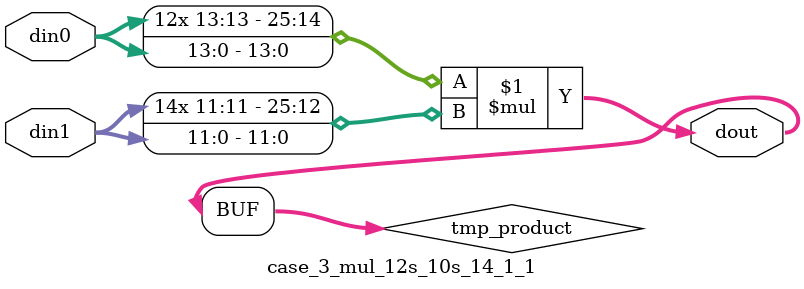
<source format=v>

`timescale 1 ns / 1 ps

 module case_3_mul_12s_10s_14_1_1(din0, din1, dout);
parameter ID = 1;
parameter NUM_STAGE = 0;
parameter din0_WIDTH = 14;
parameter din1_WIDTH = 12;
parameter dout_WIDTH = 26;

input [din0_WIDTH - 1 : 0] din0; 
input [din1_WIDTH - 1 : 0] din1; 
output [dout_WIDTH - 1 : 0] dout;

wire signed [dout_WIDTH - 1 : 0] tmp_product;



























assign tmp_product = $signed(din0) * $signed(din1);








assign dout = tmp_product;





















endmodule

</source>
